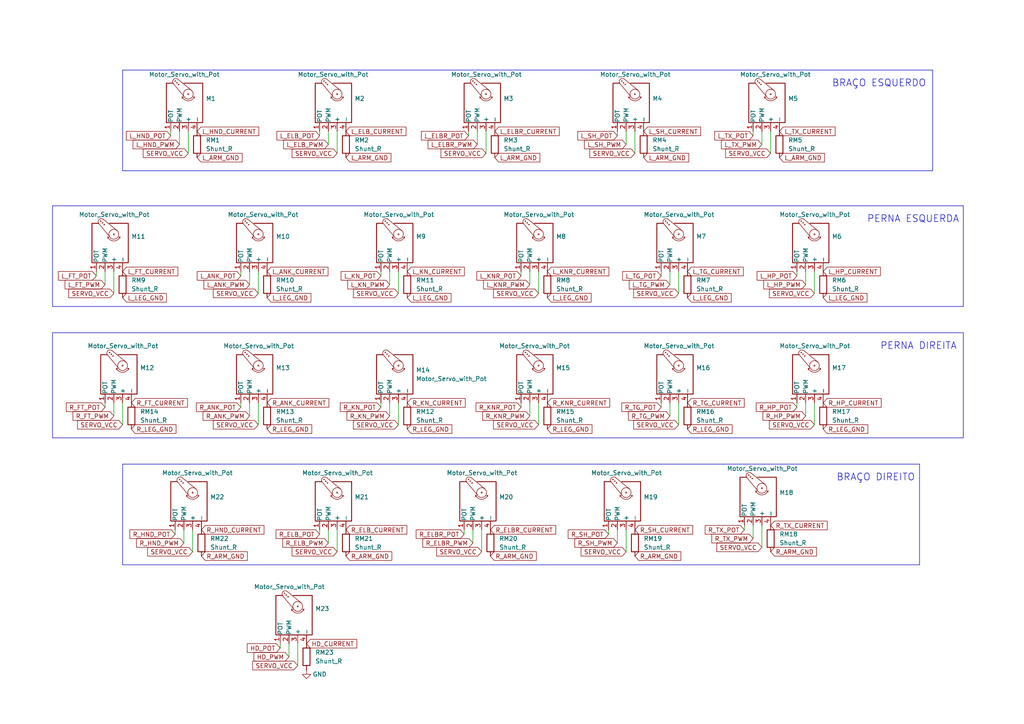
<source format=kicad_sch>
(kicad_sch (version 20230121) (generator eeschema)
  (paper "A4")
  (lib_symbols
    (symbol "Ben_modules:Motor_Servo_with_Pot" (pin_names (offset 0.0254))
      (property "Reference" "M" (at -5.08 7.62 0))
      (property "Value" "Motor_Servo_with_Pot" (at -5.08 -4.064 0))
      (symbol "Motor_Servo_with_Pot_0_1"
        (polyline (pts (xy 2.413 -1.778) (xy 2.032 -1.778)))
        (polyline (pts (xy 2.413 -1.778) (xy 2.286 -1.397)))
        (polyline (pts (xy 2.413 1.778) (xy 1.905 1.778)))
        (polyline (pts (xy 2.413 1.778) (xy 2.286 1.397)))
        (polyline (pts (xy 6.35 4.445) (xy 2.54 1.27)))
        (polyline (pts (xy 7.62 3.175) (xy 4.191 -1.016)))
        (polyline (pts (xy 6.35 4.445) (xy 6.35 6.35) (xy -5.08 6.35) (xy -5.08 -4.191) (xy 6.35 -4.191) (xy 6.35 1.27)) (stroke (width 0.254)))
        (arc (start 2.413 1.778) (mid 1.2406 0) (end 2.413 -1.778))
        (circle (center 3.175 0) (radius 0.1778))
        (circle (center 3.175 0) (radius 1.4224))
        (circle (center 5.969 2.794) (radius 0.127))
        (circle (center 6.477 3.302) (radius 0.127))
        (circle (center 6.985 3.81) (radius 0.127))
        (arc (start 7.62 3.175) (mid 7.4485 4.2735) (end 6.35 4.445))
      )
      (symbol "Motor_Servo_with_Pot_1_1"
        (pin passive line (at -7.62 5.08 0) (length 2.54) (name "POT") (number "1"))
        (pin passive line (at -7.62 2.54 0) (length 2.54) (name "PWM") (number "2"))
        (pin passive line (at -7.62 0 0) (length 2.54) (name "+") (number "3"))
        (pin passive line (at -7.62 -2.54 0) (length 2.54) (name "-") (number "4"))
      )
    )
    (symbol "Device:R" (pin_numbers hide) (pin_names (offset 0))
      (property "Reference" "R" (at 2.032 0 90))
      (property "Value" "R" (at 0 0 90))
      (symbol "R_0_1"
        (rectangle (start -1.016 -2.54) (end 1.016 2.54) (stroke (width 0.254)))
      )
      (symbol "R_1_1"
        (pin passive line (at 0 3.81 270) (length 1.27) (name "~") (number "1"))
        (pin passive line (at 0 -3.81 90) (length 1.27) (name "~") (number "2"))
      )
    )
    (symbol "power:GND" (power) (pin_names (offset 0))
      (property "Value" "GND" (at 0 -3.81 0))
      (symbol "GND_0_1"
        (polyline (pts (xy 0 0) (xy 0 -1.27) (xy 1.27 -1.27) (xy 0 -2.54) (xy -1.27 -1.27) (xy 0 -1.27)))
      )
      (symbol "GND_1_1"
        (pin power_in line (at 0 0 270) (length 0) hide (name "GND") (number "1"))
      )
    )
  )
  (wire (pts (xy 95.25 157.48) (xy 95.25 153.67)))
  (wire (pts (xy 196.85 85.09) (xy 196.85 78.74)))
  (wire (pts (xy 74.93 123.19) (xy 74.93 116.84)))
  (wire (pts (xy 181.61 160.02) (xy 181.61 153.67)))
  (wire (pts (xy 97.79 44.45) (xy 97.79 38.1)))
  (wire (pts (xy 95.25 41.91) (xy 95.25 38.1)))
  (wire (pts (xy 35.56 123.19) (xy 35.56 116.84)))
  (polyline (pts (xy 266.7 134.62) (xy 266.7 163.83)))
  (wire (pts (xy 30.48 118.11) (xy 30.48 116.84)))
  (wire (pts (xy 113.03 120.65) (xy 113.03 116.84)))
  (wire (pts (xy 194.31 120.65) (xy 194.31 116.84)))
  (wire (pts (xy 33.02 120.65) (xy 33.02 116.84)))
  (wire (pts (xy 97.79 160.02) (xy 97.79 153.67)))
  (wire (pts (xy 72.39 82.55) (xy 72.39 78.74)))
  (wire (pts (xy 140.97 44.45) (xy 140.97 38.1)))
  (wire (pts (xy 179.07 157.48) (xy 179.07 153.67)))
  (wire (pts (xy 83.82 186.69) (xy 83.82 190.5)))
  (wire (pts (xy 231.14 118.11) (xy 231.14 116.84)))
  (wire (pts (xy 196.85 123.19) (xy 196.85 116.84)))
  (wire (pts (xy 86.36 186.69) (xy 86.36 193.04)))
  (wire (pts (xy 231.14 80.01) (xy 231.14 78.74)))
  (wire (pts (xy 153.67 120.65) (xy 153.67 116.84)))
  (wire (pts (xy 179.07 39.37) (xy 179.07 38.1)))
  (wire (pts (xy 218.44 156.21) (xy 218.44 152.4)))
  (wire (pts (xy 53.34 157.48) (xy 53.34 153.67)))
  (wire (pts (xy 153.67 82.55) (xy 153.67 78.74)))
  (wire (pts (xy 52.07 41.91) (xy 52.07 38.1)))
  (wire (pts (xy 33.02 85.09) (xy 33.02 78.74)))
  (wire (pts (xy 134.62 154.94) (xy 134.62 153.67)))
  (wire (pts (xy 236.22 123.19) (xy 236.22 116.84)))
  (wire (pts (xy 233.68 120.65) (xy 233.68 116.84)))
  (wire (pts (xy 54.61 44.45) (xy 54.61 38.1)))
  (polyline (pts (xy 270.51 49.53) (xy 270.51 20.32)))
  (wire (pts (xy 151.13 80.01) (xy 151.13 78.74)))
  (wire (pts (xy 92.71 39.37) (xy 92.71 38.1)))
  (wire (pts (xy 233.68 82.55) (xy 233.68 78.74)))
  (polyline (pts (xy 35.56 20.32) (xy 35.56 49.53)))
  (wire (pts (xy 220.98 158.75) (xy 220.98 152.4)))
  (wire (pts (xy 191.77 118.11) (xy 191.77 116.84)))
  (wire (pts (xy 74.93 85.09) (xy 74.93 78.74)))
  (polyline (pts (xy 35.56 134.62) (xy 35.56 163.83)))
  (wire (pts (xy 115.57 85.09) (xy 115.57 78.74)))
  (polyline (pts (xy 35.56 49.53) (xy 270.51 49.53)))
  (wire (pts (xy 236.22 85.09) (xy 236.22 78.74)))
  (wire (pts (xy 92.71 154.94) (xy 92.71 153.67)))
  (wire (pts (xy 138.43 41.91) (xy 138.43 38.1)))
  (wire (pts (xy 81.28 187.96) (xy 81.28 186.69)))
  (wire (pts (xy 69.85 80.01) (xy 69.85 78.74)))
  (wire (pts (xy 191.77 80.01) (xy 191.77 78.74)))
  (wire (pts (xy 156.21 85.09) (xy 156.21 78.74)))
  (wire (pts (xy 181.61 41.91) (xy 181.61 38.1)))
  (wire (pts (xy 49.53 39.37) (xy 49.53 38.1)))
  (wire (pts (xy 27.94 80.01) (xy 27.94 78.74)))
  (wire (pts (xy 50.8 154.94) (xy 50.8 153.67)))
  (polyline (pts (xy 266.7 134.62) (xy 35.56 134.62)))
  (wire (pts (xy 113.03 82.55) (xy 113.03 78.74)))
  (wire (pts (xy 110.49 80.01) (xy 110.49 78.74)))
  (wire (pts (xy 30.48 82.55) (xy 30.48 78.74)))
  (wire (pts (xy 72.39 120.65) (xy 72.39 116.84)))
  (wire (pts (xy 184.15 44.45) (xy 184.15 38.1)))
  (polyline (pts (xy 35.56 20.32) (xy 270.51 20.32)))
  (wire (pts (xy 110.49 118.11) (xy 110.49 116.84)))
  (wire (pts (xy 220.98 41.91) (xy 220.98 38.1)))
  (wire (pts (xy 139.7 160.02) (xy 139.7 153.67)))
  (wire (pts (xy 215.9 153.67) (xy 215.9 152.4)))
  (polyline (pts (xy 35.56 163.83) (xy 266.7 163.83)))
  (wire (pts (xy 137.16 157.48) (xy 137.16 153.67)))
  (wire (pts (xy 115.57 123.19) (xy 115.57 116.84)))
  (wire (pts (xy 156.21 123.19) (xy 156.21 116.84)))
  (wire (pts (xy 55.88 160.02) (xy 55.88 153.67)))
  (wire (pts (xy 223.52 44.45) (xy 223.52 38.1)))
  (wire (pts (xy 135.89 39.37) (xy 135.89 38.1)))
  (wire (pts (xy 151.13 118.11) (xy 151.13 116.84)))
  (wire (pts (xy 218.44 39.37) (xy 218.44 38.1)))
  (wire (pts (xy 69.85 118.11) (xy 69.85 116.84)))
  (wire (pts (xy 176.53 154.94) (xy 176.53 153.67)))
  (wire (pts (xy 194.31 82.55) (xy 194.31 78.74)))
  (rectangle (start 15.24 96.52) (end 279.4 127))
  (rectangle (start 15.24 59.69) (end 279.4 88.9))
  (text "BRAÇO ESQUERDO" (at 241.3 25.4 0) (effects (font (size 2 2)) (justify left bottom)))
  (text "PERNA ESQUERDA" (at 251.46 64.77 0) (effects (font (size 2 2)) (justify left bottom)))
  (text "PERNA DIREITA" (at 255.27 101.6 0) (effects (font (size 2 2)) (justify left bottom)))
  (text "BRAÇO DIREITO" (at 242.57 139.7 0) (effects (font (size 2 2)) (justify left bottom)))
  (global_label "HD_PWM" (shape input) (at 83.82 190.5 180) (property "Intersheetrefs" "${INTERSHEET_REFS}" (effects hide)))
  (global_label "R_ARM_GND" (shape input) (at 223.52 160.02 0) (property "Intersheetrefs" "${INTERSHEET_REFS}" (effects hide)))
  (global_label "L_ELB_POT" (shape input) (at 92.71 39.37 180) (property "Intersheetrefs" "${INTERSHEET_REFS}" (effects hide)))
  (global_label "R_SH_CURRENT" (shape input) (at 184.15 153.67 0) (property "Intersheetrefs" "${INTERSHEET_REFS}" (effects hide)))
  (global_label "L_KN_CURRENT" (shape input) (at 118.11 78.74 0) (property "Intersheetrefs" "${INTERSHEET_REFS}" (effects hide)))
  (global_label "R_KN_PWM" (shape input) (at 113.03 120.65 180) (property "Intersheetrefs" "${INTERSHEET_REFS}" (effects hide)))
  (global_label "SERVO_VCC" (shape input) (at 97.79 44.45 180) (property "Intersheetrefs" "${INTERSHEET_REFS}" (effects hide)))
  (global_label "R_ELBR_PWM" (shape input) (at 137.16 157.48 180) (property "Intersheetrefs" "${INTERSHEET_REFS}" (effects hide)))
  (global_label "SERVO_VCC" (shape input) (at 181.61 160.02 180) (property "Intersheetrefs" "${INTERSHEET_REFS}" (effects hide)))
  (global_label "R_ELB_POT" (shape input) (at 92.71 154.94 180) (property "Intersheetrefs" "${INTERSHEET_REFS}" (effects hide)))
  (global_label "R_FT_POT" (shape input) (at 30.48 118.11 180) (property "Intersheetrefs" "${INTERSHEET_REFS}" (effects hide)))
  (global_label "R_TG_POT" (shape input) (at 191.77 118.11 180) (property "Intersheetrefs" "${INTERSHEET_REFS}" (effects hide)))
  (global_label "L_ARM_GND" (shape input) (at 143.51 45.72 0) (property "Intersheetrefs" "${INTERSHEET_REFS}" (effects hide)))
  (global_label "L_KN_PWM" (shape input) (at 113.03 82.55 180) (property "Intersheetrefs" "${INTERSHEET_REFS}" (effects hide)))
  (global_label "R_TG_CURRENT" (shape input) (at 199.39 116.84 0) (property "Intersheetrefs" "${INTERSHEET_REFS}" (effects hide)))
  (global_label "L_ARM_GND" (shape input) (at 57.15 45.72 0) (property "Intersheetrefs" "${INTERSHEET_REFS}" (effects hide)))
  (global_label "L_ANK_POT" (shape input) (at 69.85 80.01 180) (property "Intersheetrefs" "${INTERSHEET_REFS}" (effects hide)))
  (global_label "R_ELB_PWM" (shape input) (at 95.25 157.48 180) (property "Intersheetrefs" "${INTERSHEET_REFS}" (effects hide)))
  (global_label "R_ELBR_POT" (shape input) (at 134.62 154.94 180) (property "Intersheetrefs" "${INTERSHEET_REFS}" (effects hide)))
  (global_label "R_ANK_POT" (shape input) (at 69.85 118.11 180) (property "Intersheetrefs" "${INTERSHEET_REFS}" (effects hide)))
  (global_label "SERVO_VCC" (shape input) (at 54.61 44.45 180) (property "Intersheetrefs" "${INTERSHEET_REFS}" (effects hide)))
  (global_label "R_KN_CURRENT" (shape input) (at 118.11 116.84 0) (property "Intersheetrefs" "${INTERSHEET_REFS}" (effects hide)))
  (global_label "R_LEG_GND" (shape input) (at 77.47 124.46 0) (property "Intersheetrefs" "${INTERSHEET_REFS}" (effects hide)))
  (global_label "SERVO_VCC" (shape input) (at 220.98 158.75 180) (property "Intersheetrefs" "${INTERSHEET_REFS}" (effects hide)))
  (global_label "R_TX_CURRENT" (shape input) (at 223.52 152.4 0) (property "Intersheetrefs" "${INTERSHEET_REFS}" (effects hide)))
  (global_label "L_LEG_GND" (shape input) (at 158.75 86.36 0) (property "Intersheetrefs" "${INTERSHEET_REFS}" (effects hide)))
  (global_label "SERVO_VCC" (shape input) (at 55.88 160.02 180) (property "Intersheetrefs" "${INTERSHEET_REFS}" (effects hide)))
  (global_label "SERVO_VCC" (shape input) (at 97.79 160.02 180) (property "Intersheetrefs" "${INTERSHEET_REFS}" (effects hide)))
  (global_label "L_ELBR_PWM" (shape input) (at 138.43 41.91 180) (property "Intersheetrefs" "${INTERSHEET_REFS}" (effects hide)))
  (global_label "SERVO_VCC" (shape input) (at 115.57 123.19 180) (property "Intersheetrefs" "${INTERSHEET_REFS}" (effects hide)))
  (global_label "L_KNR_PWM" (shape input) (at 153.67 82.55 180) (property "Intersheetrefs" "${INTERSHEET_REFS}" (effects hide)))
  (global_label "L_LEG_GND" (shape input) (at 77.47 86.36 0) (property "Intersheetrefs" "${INTERSHEET_REFS}" (effects hide)))
  (global_label "L_ELB_CURRENT" (shape input) (at 100.33 38.1 0) (property "Intersheetrefs" "${INTERSHEET_REFS}" (effects hide)))
  (global_label "R_ELB_CURRENT" (shape input) (at 100.33 153.67 0) (property "Intersheetrefs" "${INTERSHEET_REFS}" (effects hide)))
  (global_label "SERVO_VCC" (shape input) (at 139.7 160.02 180) (property "Intersheetrefs" "${INTERSHEET_REFS}" (effects hide)))
  (global_label "L_TX_CURRENT" (shape input) (at 226.06 38.1 0) (property "Intersheetrefs" "${INTERSHEET_REFS}" (effects hide)))
  (global_label "L_FT_CURRENT" (shape input) (at 35.56 78.74 0) (property "Intersheetrefs" "${INTERSHEET_REFS}" (effects hide)))
  (global_label "R_FT_PWM" (shape input) (at 33.02 120.65 180) (property "Intersheetrefs" "${INTERSHEET_REFS}" (effects hide)))
  (global_label "L_HP_CURRENT" (shape input) (at 238.76 78.74 0) (property "Intersheetrefs" "${INTERSHEET_REFS}" (effects hide)))
  (global_label "SERVO_VCC" (shape input) (at 86.36 193.04 180) (property "Intersheetrefs" "${INTERSHEET_REFS}" (effects hide)))
  (global_label "R_HND_POT" (shape input) (at 50.8 154.94 180) (property "Intersheetrefs" "${INTERSHEET_REFS}" (effects hide)))
  (global_label "L_HP_POT" (shape input) (at 231.14 80.01 180) (property "Intersheetrefs" "${INTERSHEET_REFS}" (effects hide)))
  (global_label "R_HP_PWM" (shape input) (at 233.68 120.65 180) (property "Intersheetrefs" "${INTERSHEET_REFS}" (effects hide)))
  (global_label "R_KNR_POT" (shape input) (at 151.13 118.11 180) (property "Intersheetrefs" "${INTERSHEET_REFS}" (effects hide)))
  (global_label "SERVO_VCC" (shape input) (at 33.02 85.09 180) (property "Intersheetrefs" "${INTERSHEET_REFS}" (effects hide)))
  (global_label "R_HP_POT" (shape input) (at 231.14 118.11 180) (property "Intersheetrefs" "${INTERSHEET_REFS}" (effects hide)))
  (global_label "L_LEG_GND" (shape input) (at 199.39 86.36 0) (property "Intersheetrefs" "${INTERSHEET_REFS}" (effects hide)))
  (global_label "R_HND_PWM" (shape input) (at 53.34 157.48 180) (property "Intersheetrefs" "${INTERSHEET_REFS}" (effects hide)))
  (global_label "SERVO_VCC" (shape input) (at 196.85 85.09 180) (property "Intersheetrefs" "${INTERSHEET_REFS}" (effects hide)))
  (global_label "L_TG_PWM" (shape input) (at 194.31 82.55 180) (property "Intersheetrefs" "${INTERSHEET_REFS}" (effects hide)))
  (global_label "SERVO_VCC" (shape input) (at 35.56 123.19 180) (property "Intersheetrefs" "${INTERSHEET_REFS}" (effects hide)))
  (global_label "R_LEG_GND" (shape input) (at 158.75 124.46 0) (property "Intersheetrefs" "${INTERSHEET_REFS}" (effects hide)))
  (global_label "L_ARM_GND" (shape input) (at 226.06 45.72 0) (property "Intersheetrefs" "${INTERSHEET_REFS}" (effects hide)))
  (global_label "L_KN_POT" (shape input) (at 110.49 80.01 180) (property "Intersheetrefs" "${INTERSHEET_REFS}" (effects hide)))
  (global_label "SERVO_VCC" (shape input) (at 74.93 85.09 180) (property "Intersheetrefs" "${INTERSHEET_REFS}" (effects hide)))
  (global_label "R_TX_PWM" (shape input) (at 218.44 156.21 180) (property "Intersheetrefs" "${INTERSHEET_REFS}" (effects hide)))
  (global_label "R_TG_PWM" (shape input) (at 194.31 120.65 180) (property "Intersheetrefs" "${INTERSHEET_REFS}" (effects hide)))
  (global_label "L_HND_PWM" (shape input) (at 52.07 41.91 180) (property "Intersheetrefs" "${INTERSHEET_REFS}" (effects hide)))
  (global_label "SERVO_VCC" (shape input) (at 74.93 123.19 180) (property "Intersheetrefs" "${INTERSHEET_REFS}" (effects hide)))
  (global_label "L_LEG_GND" (shape input) (at 35.56 86.36 0) (property "Intersheetrefs" "${INTERSHEET_REFS}" (effects hide)))
  (global_label "L_HND_CURRENT" (shape input) (at 57.15 38.1 0) (property "Intersheetrefs" "${INTERSHEET_REFS}" (effects hide)))
  (global_label "R_SH_POT" (shape input) (at 176.53 154.94 180) (property "Intersheetrefs" "${INTERSHEET_REFS}" (effects hide)))
  (global_label "L_TX_POT" (shape input) (at 218.44 39.37 180) (property "Intersheetrefs" "${INTERSHEET_REFS}" (effects hide)))
  (global_label "L_SH_CURRENT" (shape input) (at 186.69 38.1 0) (property "Intersheetrefs" "${INTERSHEET_REFS}" (effects hide)))
  (global_label "R_SH_PWM" (shape input) (at 179.07 157.48 180) (property "Intersheetrefs" "${INTERSHEET_REFS}" (effects hide)))
  (global_label "SERVO_VCC" (shape input) (at 156.21 123.19 180) (property "Intersheetrefs" "${INTERSHEET_REFS}" (effects hide)))
  (global_label "L_TX_PWM" (shape input) (at 220.98 41.91 180) (property "Intersheetrefs" "${INTERSHEET_REFS}" (effects hide)))
  (global_label "SERVO_VCC" (shape input) (at 196.85 123.19 180) (property "Intersheetrefs" "${INTERSHEET_REFS}" (effects hide)))
  (global_label "SERVO_VCC" (shape input) (at 236.22 123.19 180) (property "Intersheetrefs" "${INTERSHEET_REFS}" (effects hide)))
  (global_label "HD_POT" (shape input) (at 81.28 187.96 180) (property "Intersheetrefs" "${INTERSHEET_REFS}" (effects hide)))
  (global_label "R_ELBR_CURRENT" (shape input) (at 142.24 153.67 0) (property "Intersheetrefs" "${INTERSHEET_REFS}" (effects hide)))
  (global_label "R_TX_POT" (shape input) (at 215.9 153.67 180) (property "Intersheetrefs" "${INTERSHEET_REFS}" (effects hide)))
  (global_label "L_ANK_CURRENT" (shape input) (at 77.47 78.74 0) (property "Intersheetrefs" "${INTERSHEET_REFS}" (effects hide)))
  (global_label "R_ARM_GND" (shape input) (at 58.42 161.29 0) (property "Intersheetrefs" "${INTERSHEET_REFS}" (effects hide)))
  (global_label "R_ANK_PWM" (shape input) (at 72.39 120.65 180) (property "Intersheetrefs" "${INTERSHEET_REFS}" (effects hide)))
  (global_label "R_ARM_GND" (shape input) (at 142.24 161.29 0) (property "Intersheetrefs" "${INTERSHEET_REFS}" (effects hide)))
  (global_label "L_FT_PWM" (shape input) (at 30.48 82.55 180) (property "Intersheetrefs" "${INTERSHEET_REFS}" (effects hide)))
  (global_label "R_ANK_CURRENT" (shape input) (at 77.47 116.84 0) (property "Intersheetrefs" "${INTERSHEET_REFS}" (effects hide)))
  (global_label "R_FT_CURRENT" (shape input) (at 38.1 116.84 0) (property "Intersheetrefs" "${INTERSHEET_REFS}" (effects hide)))
  (global_label "L_FT_POT" (shape input) (at 27.94 80.01 180) (property "Intersheetrefs" "${INTERSHEET_REFS}" (effects hide)))
  (global_label "L_ARM_GND" (shape input) (at 186.69 45.72 0) (property "Intersheetrefs" "${INTERSHEET_REFS}" (effects hide)))
  (global_label "L_ANK_PWM" (shape input) (at 72.39 82.55 180) (property "Intersheetrefs" "${INTERSHEET_REFS}" (effects hide)))
  (global_label "R_KNR_CURRENT" (shape input) (at 158.75 116.84 0) (property "Intersheetrefs" "${INTERSHEET_REFS}" (effects hide)))
  (global_label "L_ELB_PWM" (shape input) (at 95.25 41.91 180) (property "Intersheetrefs" "${INTERSHEET_REFS}" (effects hide)))
  (global_label "L_TG_CURRENT" (shape input) (at 199.39 78.74 0) (property "Intersheetrefs" "${INTERSHEET_REFS}" (effects hide)))
  (global_label "SERVO_VCC" (shape input) (at 184.15 44.45 180) (property "Intersheetrefs" "${INTERSHEET_REFS}" (effects hide)))
  (global_label "L_HP_PWM" (shape input) (at 233.68 82.55 180) (property "Intersheetrefs" "${INTERSHEET_REFS}" (effects hide)))
  (global_label "L_ARM_GND" (shape input) (at 100.33 45.72 0) (property "Intersheetrefs" "${INTERSHEET_REFS}" (effects hide)))
  (global_label "HD_CURRENT" (shape input) (at 88.9 186.69 0) (property "Intersheetrefs" "${INTERSHEET_REFS}" (effects hide)))
  (global_label "SERVO_VCC" (shape input) (at 236.22 85.09 180) (property "Intersheetrefs" "${INTERSHEET_REFS}" (effects hide)))
  (global_label "L_TG_POT" (shape input) (at 191.77 80.01 180) (property "Intersheetrefs" "${INTERSHEET_REFS}" (effects hide)))
  (global_label "R_ARM_GND" (shape input) (at 184.15 161.29 0) (property "Intersheetrefs" "${INTERSHEET_REFS}" (effects hide)))
  (global_label "R_LEG_GND" (shape input) (at 199.39 124.46 0) (property "Intersheetrefs" "${INTERSHEET_REFS}" (effects hide)))
  (global_label "SERVO_VCC" (shape input) (at 223.52 44.45 180) (property "Intersheetrefs" "${INTERSHEET_REFS}" (effects hide)))
  (global_label "L_SH_PWM" (shape input) (at 181.61 41.91 180) (property "Intersheetrefs" "${INTERSHEET_REFS}" (effects hide)))
  (global_label "SERVO_VCC" (shape input) (at 140.97 44.45 180) (property "Intersheetrefs" "${INTERSHEET_REFS}" (effects hide)))
  (global_label "R_HP_CURRENT" (shape input) (at 238.76 116.84 0) (property "Intersheetrefs" "${INTERSHEET_REFS}" (effects hide)))
  (global_label "R_ARM_GND" (shape input) (at 100.33 161.29 0) (property "Intersheetrefs" "${INTERSHEET_REFS}" (effects hide)))
  (global_label "SERVO_VCC" (shape input) (at 115.57 85.09 180) (property "Intersheetrefs" "${INTERSHEET_REFS}" (effects hide)))
  (global_label "R_LEG_GND" (shape input) (at 118.11 124.46 0) (property "Intersheetrefs" "${INTERSHEET_REFS}" (effects hide)))
  (global_label "L_LEG_GND" (shape input) (at 238.76 86.36 0) (property "Intersheetrefs" "${INTERSHEET_REFS}" (effects hide)))
  (global_label "R_LEG_GND" (shape input) (at 38.1 124.46 0) (property "Intersheetrefs" "${INTERSHEET_REFS}" (effects hide)))
  (global_label "L_KNR_POT" (shape input) (at 151.13 80.01 180) (property "Intersheetrefs" "${INTERSHEET_REFS}" (effects hide)))
  (global_label "L_SH_POT" (shape input) (at 179.07 39.37 180) (property "Intersheetrefs" "${INTERSHEET_REFS}" (effects hide)))
  (global_label "L_KNR_CURRENT" (shape input) (at 158.75 78.74 0) (property "Intersheetrefs" "${INTERSHEET_REFS}" (effects hide)))
  (global_label "SERVO_VCC" (shape input) (at 156.21 85.09 180) (property "Intersheetrefs" "${INTERSHEET_REFS}" (effects hide)))
  (global_label "R_KNR_PWM" (shape input) (at 153.67 120.65 180) (property "Intersheetrefs" "${INTERSHEET_REFS}" (effects hide)))
  (global_label "L_ELBR_CURRENT" (shape input) (at 143.51 38.1 0) (property "Intersheetrefs" "${INTERSHEET_REFS}" (effects hide)))
  (global_label "L_HND_POT" (shape input) (at 49.53 39.37 180) (property "Intersheetrefs" "${INTERSHEET_REFS}" (effects hide)))
  (global_label "R_HND_CURRENT" (shape input) (at 58.42 153.67 0) (property "Intersheetrefs" "${INTERSHEET_REFS}" (effects hide)))
  (global_label "L_LEG_GND" (shape input) (at 118.11 86.36 0) (property "Intersheetrefs" "${INTERSHEET_REFS}" (effects hide)))
  (global_label "L_ELBR_POT" (shape input) (at 135.89 39.37 180) (property "Intersheetrefs" "${INTERSHEET_REFS}" (effects hide)))
  (global_label "R_KN_POT" (shape input) (at 110.49 118.11 180) (property "Intersheetrefs" "${INTERSHEET_REFS}" (effects hide)))
  (global_label "R_LEG_GND" (shape input) (at 238.76 124.46 0) (property "Intersheetrefs" "${INTERSHEET_REFS}" (effects hide)))
  (symbol (lib_id "Device:R") (at 57.15 41.91 0) (unit 1)
    (property "Reference" "RM1" (at 59.69 40.6399 0) (effects (justify left)))
    (property "Value" "Shunt_R" (at 59.69 43.1799 0) (effects (justify left)))
    (property "Footprint" "Resistor_THT:R_Axial_DIN0204_L3.6mm_D1.6mm_P2.54mm_Vertical" (effects hide))
  )
  (symbol (lib_id "Ben_modules:Motor_Servo_with_Pot") (at 54.61 30.48 90) (unit 1)
    (property "Reference" "M1" (at 59.69 28.5861 90) (effects (justify right)))
    (property "Value" "Motor_Servo_with_Pot" (at 43.18 21.59 90) (effects (justify right)))
    (property "Footprint" "Connector_PinHeader_2.54mm:PinHeader_1x04_P2.54mm_Vertical" (effects hide))
    (property "Datasheet" "http://forums.parallax.com/uploads/attachments/46831/74481.png" (effects hide))
  )
  (symbol (lib_id "Device:R") (at 35.56 82.55 0) (unit 1)
    (property "Reference" "RM9" (at 38.1 81.2799 0) (effects (justify left)))
    (property "Value" "Shunt_R" (at 38.1 83.8199 0) (effects (justify left)))
    (property "Footprint" "Resistor_THT:R_Axial_DIN0204_L3.6mm_D1.6mm_P2.54mm_Vertical" (effects hide))
  )
  (symbol (lib_id "Device:R") (at 100.33 157.48 0) (unit 1)
    (property "Reference" "RM21" (at 102.87 156.2099 0) (effects (justify left)))
    (property "Value" "Shunt_R" (at 102.87 158.7499 0) (effects (justify left)))
    (property "Footprint" "Resistor_THT:R_Axial_DIN0204_L3.6mm_D1.6mm_P2.54mm_Vertical" (effects hide))
  )
  (symbol (lib_id "Ben_modules:Motor_Servo_with_Pot") (at 236.22 71.12 90) (unit 1)
    (property "Reference" "M6" (at 241.3 68.591 90) (effects (justify right)))
    (property "Value" "Motor_Servo_with_Pot" (at 226.06 62.23 90) (effects (justify right)))
    (property "Footprint" "Connector_PinHeader_2.54mm:PinHeader_1x04_P2.54mm_Vertical" (effects hide))
    (property "Datasheet" "http://forums.parallax.com/uploads/attachments/46831/74481.png" (effects hide))
  )
  (symbol (lib_id "Device:R") (at 38.1 120.65 0) (unit 1)
    (property "Reference" "RM14" (at 40.64 119.3799 0) (effects (justify left)))
    (property "Value" "Shunt_R" (at 40.64 121.9199 0) (effects (justify left)))
    (property "Footprint" "Resistor_THT:R_Axial_DIN0204_L3.6mm_D1.6mm_P2.54mm_Vertical" (effects hide))
  )
  (symbol (lib_id "Device:R") (at 142.24 157.48 0) (unit 1)
    (property "Reference" "RM20" (at 144.78 156.2099 0) (effects (justify left)))
    (property "Value" "Shunt_R" (at 144.78 158.7499 0) (effects (justify left)))
    (property "Footprint" "Resistor_THT:R_Axial_DIN0204_L3.6mm_D1.6mm_P2.54mm_Vertical" (effects hide))
  )
  (symbol (lib_id "Ben_modules:Motor_Servo_with_Pot") (at 74.93 109.22 90) (unit 1)
    (property "Reference" "M13" (at 80.01 106.691 90) (effects (justify right)))
    (property "Value" "Motor_Servo_with_Pot" (at 64.77 100.33 90) (effects (justify right)))
    (property "Footprint" "Connector_PinHeader_2.54mm:PinHeader_1x04_P2.54mm_Vertical" (effects hide))
    (property "Datasheet" "http://forums.parallax.com/uploads/attachments/46831/74481.png" (effects hide))
  )
  (symbol (lib_id "power:GND") (at 88.9 194.31 0) (unit 1)
    (property "Reference" "#PWR0119" (effects hide))
    (property "Value" "GND" (at 92.71 195.58 0))
  )
  (symbol (lib_id "Device:R") (at 238.76 120.65 0) (unit 1)
    (property "Reference" "RM17" (at 241.3 119.3799 0) (effects (justify left)))
    (property "Value" "Shunt_R" (at 241.3 121.9199 0) (effects (justify left)))
    (property "Footprint" "Resistor_THT:R_Axial_DIN0204_L3.6mm_D1.6mm_P2.54mm_Vertical" (effects hide))
  )
  (symbol (lib_id "Device:R") (at 186.69 41.91 0) (unit 1)
    (property "Reference" "RM4" (at 189.23 40.6399 0) (effects (justify left)))
    (property "Value" "Shunt_R" (at 189.23 43.1799 0) (effects (justify left)))
    (property "Footprint" "Resistor_THT:R_Axial_DIN0204_L3.6mm_D1.6mm_P2.54mm_Vertical" (effects hide))
  )
  (symbol (lib_id "Ben_modules:Motor_Servo_with_Pot") (at 115.57 71.12 90) (unit 1)
    (property "Reference" "M9" (at 120.65 68.591 90) (effects (justify right)))
    (property "Value" "Motor_Servo_with_Pot" (at 105.41 62.23 90) (effects (justify right)))
    (property "Footprint" "Connector_PinHeader_2.54mm:PinHeader_1x04_P2.54mm_Vertical" (effects hide))
    (property "Datasheet" "http://forums.parallax.com/uploads/attachments/46831/74481.png" (effects hide))
  )
  (symbol (lib_id "Device:R") (at 143.51 41.91 0) (unit 1)
    (property "Reference" "RM3" (at 146.05 40.64 0) (effects (justify left)))
    (property "Value" "Shunt_R" (at 146.05 43.18 0) (effects (justify left)))
    (property "Footprint" "Resistor_THT:R_Axial_DIN0204_L3.6mm_D1.6mm_P2.54mm_Vertical" (effects hide))
  )
  (symbol (lib_id "Ben_modules:Motor_Servo_with_Pot") (at 181.61 146.05 90) (unit 1)
    (property "Reference" "M19" (at 186.69 144.1561 90) (effects (justify right)))
    (property "Value" "Motor_Servo_with_Pot" (at 171.45 137.16 90) (effects (justify right)))
    (property "Footprint" "Connector_PinHeader_2.54mm:PinHeader_1x04_P2.54mm_Vertical" (effects hide))
    (property "Datasheet" "http://forums.parallax.com/uploads/attachments/46831/74481.png" (effects hide))
  )
  (symbol (lib_id "Device:R") (at 158.75 120.65 0) (unit 1)
    (property "Reference" "RM15" (at 161.29 119.3799 0) (effects (justify left)))
    (property "Value" "Shunt_R" (at 161.29 121.9199 0) (effects (justify left)))
    (property "Footprint" "Resistor_THT:R_Axial_DIN0204_L3.6mm_D1.6mm_P2.54mm_Vertical" (effects hide))
  )
  (symbol (lib_id "Device:R") (at 118.11 82.55 0) (unit 1)
    (property "Reference" "RM11" (at 120.65 81.2799 0) (effects (justify left)))
    (property "Value" "Shunt_R" (at 120.65 83.8199 0) (effects (justify left)))
    (property "Footprint" "Resistor_THT:R_Axial_DIN0204_L3.6mm_D1.6mm_P2.54mm_Vertical" (effects hide))
  )
  (symbol (lib_id "Device:R") (at 77.47 120.65 0) (unit 1)
    (property "Reference" "RM13" (at 80.01 119.3799 0) (effects (justify left)))
    (property "Value" "Shunt_R" (at 80.01 121.9199 0) (effects (justify left)))
    (property "Footprint" "Resistor_THT:R_Axial_DIN0204_L3.6mm_D1.6mm_P2.54mm_Vertical" (effects hide))
  )
  (symbol (lib_id "Ben_modules:Motor_Servo_with_Pot") (at 74.93 71.12 90) (unit 1)
    (property "Reference" "M10" (at 80.01 68.591 90) (effects (justify right)))
    (property "Value" "Motor_Servo_with_Pot" (at 66.04 62.23 90) (effects (justify right)))
    (property "Footprint" "Connector_PinHeader_2.54mm:PinHeader_1x04_P2.54mm_Vertical" (effects hide))
    (property "Datasheet" "http://forums.parallax.com/uploads/attachments/46831/74481.png" (effects hide))
  )
  (symbol (lib_id "Ben_modules:Motor_Servo_with_Pot") (at 55.88 146.05 90) (unit 1)
    (property "Reference" "M22" (at 60.96 144.1561 90) (effects (justify right)))
    (property "Value" "Motor_Servo_with_Pot" (at 46.99 137.16 90) (effects (justify right)))
    (property "Footprint" "Connector_PinHeader_2.54mm:PinHeader_1x04_P2.54mm_Vertical" (effects hide))
    (property "Datasheet" "http://forums.parallax.com/uploads/attachments/46831/74481.png" (effects hide))
  )
  (symbol (lib_id "Device:R") (at 100.33 41.91 0) (unit 1)
    (property "Reference" "RM2" (at 102.87 40.6399 0) (effects (justify left)))
    (property "Value" "Shunt_R" (at 102.87 43.1799 0) (effects (justify left)))
    (property "Footprint" "Resistor_THT:R_Axial_DIN0204_L3.6mm_D1.6mm_P2.54mm_Vertical" (effects hide))
  )
  (symbol (lib_id "Device:R") (at 184.15 157.48 0) (unit 1)
    (property "Reference" "RM19" (at 186.69 156.2099 0) (effects (justify left)))
    (property "Value" "Shunt_R" (at 186.69 158.7499 0) (effects (justify left)))
    (property "Footprint" "Resistor_THT:R_Axial_DIN0204_L3.6mm_D1.6mm_P2.54mm_Vertical" (effects hide))
  )
  (symbol (lib_id "Ben_modules:Motor_Servo_with_Pot") (at 140.97 30.48 90) (unit 1)
    (property "Reference" "M3" (at 146.05 28.5861 90) (effects (justify right)))
    (property "Value" "Motor_Servo_with_Pot" (at 130.81 21.59 90) (effects (justify right)))
    (property "Footprint" "Connector_PinHeader_2.54mm:PinHeader_1x04_P2.54mm_Vertical" (effects hide))
    (property "Datasheet" "http://forums.parallax.com/uploads/attachments/46831/74481.png" (effects hide))
  )
  (symbol (lib_id "Ben_modules:Motor_Servo_with_Pot") (at 196.85 109.22 90) (unit 1)
    (property "Reference" "M16" (at 201.93 106.691 90) (effects (justify right)))
    (property "Value" "Motor_Servo_with_Pot" (at 186.69 100.33 90) (effects (justify right)))
    (property "Footprint" "Connector_PinHeader_2.54mm:PinHeader_1x04_P2.54mm_Vertical" (effects hide))
    (property "Datasheet" "http://forums.parallax.com/uploads/attachments/46831/74481.png" (effects hide))
  )
  (symbol (lib_id "Device:R") (at 158.75 82.55 0) (unit 1)
    (property "Reference" "RM8" (at 161.29 81.2799 0) (effects (justify left)))
    (property "Value" "Shunt_R" (at 161.29 83.8199 0) (effects (justify left)))
    (property "Footprint" "Resistor_THT:R_Axial_DIN0204_L3.6mm_D1.6mm_P2.54mm_Vertical" (effects hide))
  )
  (symbol (lib_id "Device:R") (at 77.47 82.55 0) (unit 1)
    (property "Reference" "RM10" (at 80.01 81.2799 0) (effects (justify left)))
    (property "Value" "Shunt_R" (at 80.01 83.8199 0) (effects (justify left)))
    (property "Footprint" "Resistor_THT:R_Axial_DIN0204_L3.6mm_D1.6mm_P2.54mm_Vertical" (effects hide))
  )
  (symbol (lib_id "Ben_modules:Motor_Servo_with_Pot") (at 35.56 109.22 90) (unit 1)
    (property "Reference" "M12" (at 40.64 106.691 90) (effects (justify right)))
    (property "Value" "Motor_Servo_with_Pot" (at 25.4 100.33 90) (effects (justify right)))
    (property "Footprint" "Connector_PinHeader_2.54mm:PinHeader_1x04_P2.54mm_Vertical" (effects hide))
    (property "Datasheet" "http://forums.parallax.com/uploads/attachments/46831/74481.png" (effects hide))
  )
  (symbol (lib_id "Ben_modules:Motor_Servo_with_Pot") (at 139.7 146.05 90) (unit 1)
    (property "Reference" "M20" (at 144.78 144.1561 90) (effects (justify right)))
    (property "Value" "Motor_Servo_with_Pot" (at 129.54 137.16 90) (effects (justify right)))
    (property "Footprint" "Connector_PinHeader_2.54mm:PinHeader_1x04_P2.54mm_Vertical" (effects hide))
    (property "Datasheet" "http://forums.parallax.com/uploads/attachments/46831/74481.png" (effects hide))
  )
  (symbol (lib_id "Ben_modules:Motor_Servo_with_Pot") (at 223.52 30.48 90) (unit 1)
    (property "Reference" "M5" (at 228.6 28.5861 90) (effects (justify right)))
    (property "Value" "Motor_Servo_with_Pot" (at 214.63 21.59 90) (effects (justify right)))
    (property "Footprint" "Connector_PinHeader_2.54mm:PinHeader_1x04_P2.54mm_Vertical" (effects hide))
    (property "Datasheet" "http://forums.parallax.com/uploads/attachments/46831/74481.png" (effects hide))
  )
  (symbol (lib_id "Ben_modules:Motor_Servo_with_Pot") (at 236.22 109.22 90) (unit 1)
    (property "Reference" "M17" (at 241.3 106.691 90) (effects (justify right)))
    (property "Value" "Motor_Servo_with_Pot" (at 226.06 100.33 90) (effects (justify right)))
    (property "Footprint" "Connector_PinHeader_2.54mm:PinHeader_1x04_P2.54mm_Vertical" (effects hide))
    (property "Datasheet" "http://forums.parallax.com/uploads/attachments/46831/74481.png" (effects hide))
  )
  (symbol (lib_id "Ben_modules:Motor_Servo_with_Pot") (at 156.21 109.22 90) (unit 1)
    (property "Reference" "M15" (at 161.29 106.691 90) (effects (justify right)))
    (property "Value" "Motor_Servo_with_Pot" (at 144.78 100.33 90) (effects (justify right)))
    (property "Footprint" "Connector_PinHeader_2.54mm:PinHeader_1x04_P2.54mm_Vertical" (effects hide))
    (property "Datasheet" "http://forums.parallax.com/uploads/attachments/46831/74481.png" (effects hide))
  )
  (symbol (lib_id "Device:R") (at 58.42 157.48 0) (unit 1)
    (property "Reference" "RM22" (at 60.96 156.2099 0) (effects (justify left)))
    (property "Value" "Shunt_R" (at 60.96 158.7499 0) (effects (justify left)))
    (property "Footprint" "Resistor_THT:R_Axial_DIN0204_L3.6mm_D1.6mm_P2.54mm_Vertical" (effects hide))
  )
  (symbol (lib_id "Ben_modules:Motor_Servo_with_Pot") (at 33.02 71.12 90) (unit 1)
    (property "Reference" "M11" (at 38.1 68.591 90) (effects (justify right)))
    (property "Value" "Motor_Servo_with_Pot" (at 22.86 62.23 90) (effects (justify right)))
    (property "Footprint" "Connector_PinHeader_2.54mm:PinHeader_1x04_P2.54mm_Vertical" (effects hide))
    (property "Datasheet" "http://forums.parallax.com/uploads/attachments/46831/74481.png" (effects hide))
  )
  (symbol (lib_id "Device:R") (at 88.9 190.5 0) (unit 1)
    (property "Reference" "RM23" (at 91.44 189.2299 0) (effects (justify left)))
    (property "Value" "Shunt_R" (at 91.44 191.7699 0) (effects (justify left)))
    (property "Footprint" "Resistor_THT:R_Axial_DIN0204_L3.6mm_D1.6mm_P5.08mm_Horizontal" (effects hide))
  )
  (symbol (lib_id "Ben_modules:Motor_Servo_with_Pot") (at 196.85 71.12 90) (unit 1)
    (property "Reference" "M7" (at 201.93 68.591 90) (effects (justify right)))
    (property "Value" "Motor_Servo_with_Pot" (at 186.69 62.23 90) (effects (justify right)))
    (property "Footprint" "Connector_PinHeader_2.54mm:PinHeader_1x04_P2.54mm_Vertical" (effects hide))
    (property "Datasheet" "http://forums.parallax.com/uploads/attachments/46831/74481.png" (effects hide))
  )
  (symbol (lib_id "Ben_modules:Motor_Servo_with_Pot") (at 156.21 71.12 90) (unit 1)
    (property "Reference" "M8" (at 161.29 68.591 90) (effects (justify right)))
    (property "Value" "Motor_Servo_with_Pot" (at 146.05 62.23 90) (effects (justify right)))
    (property "Footprint" "Connector_PinHeader_2.54mm:PinHeader_1x04_P2.54mm_Vertical" (effects hide))
    (property "Datasheet" "http://forums.parallax.com/uploads/attachments/46831/74481.png" (effects hide))
  )
  (symbol (lib_id "Ben_modules:Motor_Servo_with_Pot") (at 115.57 109.22 90) (unit 1)
    (property "Reference" "M14" (at 120.65 107.3261 90) (effects (justify right)))
    (property "Value" "Motor_Servo_with_Pot" (at 120.65 109.8661 90) (effects (justify right)))
    (property "Footprint" "Connector_PinHeader_2.54mm:PinHeader_1x04_P2.54mm_Vertical" (effects hide))
    (property "Datasheet" "http://forums.parallax.com/uploads/attachments/46831/74481.png" (effects hide))
  )
  (symbol (lib_id "Device:R") (at 223.52 156.21 0) (unit 1)
    (property "Reference" "RM18" (at 226.06 154.9399 0) (effects (justify left)))
    (property "Value" "Shunt_R" (at 226.06 157.4799 0) (effects (justify left)))
    (property "Footprint" "Resistor_THT:R_Axial_DIN0204_L3.6mm_D1.6mm_P2.54mm_Vertical" (effects hide))
  )
  (symbol (lib_id "Device:R") (at 118.11 120.65 0) (unit 1)
    (property "Reference" "RM12" (at 120.65 119.3799 0) (effects (justify left)))
    (property "Value" "Shunt_R" (at 120.65 121.9199 0) (effects (justify left)))
    (property "Footprint" "Resistor_THT:R_Axial_DIN0204_L3.6mm_D1.6mm_P2.54mm_Vertical" (effects hide))
  )
  (symbol (lib_id "Ben_modules:Motor_Servo_with_Pot") (at 86.36 179.07 90) (unit 1)
    (property "Reference" "M23" (at 91.44 176.541 90) (effects (justify right)))
    (property "Value" "Motor_Servo_with_Pot" (at 73.66 170.18 90) (effects (justify right)))
    (property "Footprint" "Connector_PinHeader_2.54mm:PinHeader_1x04_P2.54mm_Vertical" (effects hide))
    (property "Datasheet" "http://forums.parallax.com/uploads/attachments/46831/74481.png" (effects hide))
  )
  (symbol (lib_id "Ben_modules:Motor_Servo_with_Pot") (at 184.15 30.48 90) (unit 1)
    (property "Reference" "M4" (at 189.23 28.5861 90) (effects (justify right)))
    (property "Value" "Motor_Servo_with_Pot" (at 173.99 21.59 90) (effects (justify right)))
    (property "Footprint" "Connector_PinHeader_2.54mm:PinHeader_1x04_P2.54mm_Vertical" (effects hide))
    (property "Datasheet" "http://forums.parallax.com/uploads/attachments/46831/74481.png" (effects hide))
  )
  (symbol (lib_id "Ben_modules:Motor_Servo_with_Pot") (at 97.79 30.48 90) (unit 1)
    (property "Reference" "M2" (at 102.87 28.5861 90) (effects (justify right)))
    (property "Value" "Motor_Servo_with_Pot" (at 86.36 21.59 90) (effects (justify right)))
    (property "Footprint" "Connector_PinHeader_2.54mm:PinHeader_1x04_P2.54mm_Vertical" (effects hide))
    (property "Datasheet" "http://forums.parallax.com/uploads/attachments/46831/74481.png" (effects hide))
  )
  (symbol (lib_id "Device:R") (at 199.39 82.55 0) (unit 1)
    (property "Reference" "RM7" (at 201.93 81.2799 0) (effects (justify left)))
    (property "Value" "Shunt_R" (at 201.93 83.8199 0) (effects (justify left)))
    (property "Footprint" "Resistor_THT:R_Axial_DIN0204_L3.6mm_D1.6mm_P2.54mm_Vertical" (effects hide))
  )
  (symbol (lib_id "Device:R") (at 199.39 120.65 0) (unit 1)
    (property "Reference" "RM16" (at 201.93 119.3799 0) (effects (justify left)))
    (property "Value" "Shunt_R" (at 201.93 121.9199 0) (effects (justify left)))
    (property "Footprint" "Resistor_THT:R_Axial_DIN0204_L3.6mm_D1.6mm_P2.54mm_Vertical" (effects hide))
  )
  (symbol (lib_id "Device:R") (at 238.76 82.55 0) (unit 1)
    (property "Reference" "RM6" (at 241.3 81.2799 0) (effects (justify left)))
    (property "Value" "Shunt_R" (at 241.3 83.8199 0) (effects (justify left)))
    (property "Footprint" "Resistor_THT:R_Axial_DIN0204_L3.6mm_D1.6mm_P2.54mm_Vertical" (effects hide))
  )
  (symbol (lib_id "Ben_modules:Motor_Servo_with_Pot") (at 220.98 144.78 90) (unit 1)
    (property "Reference" "M18" (at 226.06 142.8861 90) (effects (justify right)))
    (property "Value" "Motor_Servo_with_Pot" (at 210.82 135.89 90) (effects (justify right)))
    (property "Footprint" "Connector_PinHeader_2.54mm:PinHeader_1x04_P2.54mm_Vertical" (effects hide))
    (property "Datasheet" "http://forums.parallax.com/uploads/attachments/46831/74481.png" (effects hide))
  )
  (symbol (lib_id "Ben_modules:Motor_Servo_with_Pot") (at 97.79 146.05 90) (unit 1)
    (property "Reference" "M21" (at 102.87 144.1561 90) (effects (justify right)))
    (property "Value" "Motor_Servo_with_Pot" (at 87.63 137.16 90) (effects (justify right)))
    (property "Footprint" "Connector_PinHeader_2.54mm:PinHeader_1x04_P2.54mm_Vertical" (effects hide))
    (property "Datasheet" "http://forums.parallax.com/uploads/attachments/46831/74481.png" (effects hide))
  )
  (symbol (lib_id "Device:R") (at 226.06 41.91 0) (unit 1)
    (property "Reference" "RM5" (at 228.6 40.6399 0) (effects (justify left)))
    (property "Value" "Shunt_R" (at 228.6 43.1799 0) (effects (justify left)))
    (property "Footprint" "Resistor_THT:R_Axial_DIN0204_L3.6mm_D1.6mm_P2.54mm_Vertical" (effects hide))
  )
)
</source>
